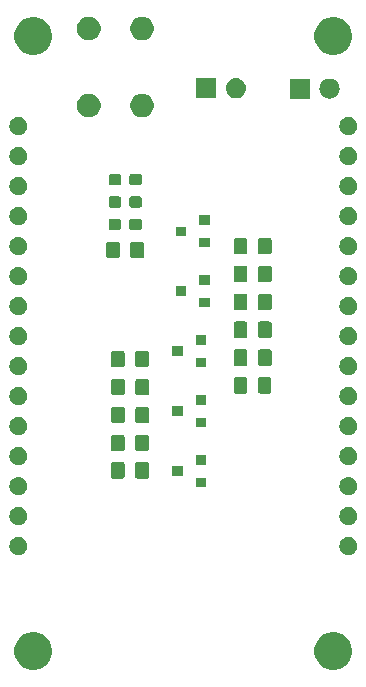
<source format=gbr>
G04 #@! TF.GenerationSoftware,KiCad,Pcbnew,(5.0.2)-1*
G04 #@! TF.CreationDate,2019-06-21T14:31:00+05:30*
G04 #@! TF.ProjectId,CapacityOfBattery,43617061-6369-4747-994f-664261747465,rev?*
G04 #@! TF.SameCoordinates,Original*
G04 #@! TF.FileFunction,Soldermask,Top*
G04 #@! TF.FilePolarity,Negative*
%FSLAX46Y46*%
G04 Gerber Fmt 4.6, Leading zero omitted, Abs format (unit mm)*
G04 Created by KiCad (PCBNEW (5.0.2)-1) date 06/21/19 14:31:00*
%MOMM*%
%LPD*%
G01*
G04 APERTURE LIST*
%ADD10C,0.100000*%
G04 APERTURE END LIST*
D10*
G36*
X42006703Y-65771486D02*
X42297883Y-65892097D01*
X42559944Y-66067201D01*
X42782799Y-66290056D01*
X42957903Y-66552117D01*
X43078514Y-66843297D01*
X43140000Y-67152412D01*
X43140000Y-67467588D01*
X43078514Y-67776703D01*
X42957903Y-68067883D01*
X42782799Y-68329944D01*
X42559944Y-68552799D01*
X42297883Y-68727903D01*
X42006703Y-68848514D01*
X41697588Y-68910000D01*
X41382412Y-68910000D01*
X41073297Y-68848514D01*
X40782117Y-68727903D01*
X40520056Y-68552799D01*
X40297201Y-68329944D01*
X40122097Y-68067883D01*
X40001486Y-67776703D01*
X39940000Y-67467588D01*
X39940000Y-67152412D01*
X40001486Y-66843297D01*
X40122097Y-66552117D01*
X40297201Y-66290056D01*
X40520056Y-66067201D01*
X40782117Y-65892097D01*
X41073297Y-65771486D01*
X41382412Y-65710000D01*
X41697588Y-65710000D01*
X42006703Y-65771486D01*
X42006703Y-65771486D01*
G37*
G36*
X16606703Y-65771486D02*
X16897883Y-65892097D01*
X17159944Y-66067201D01*
X17382799Y-66290056D01*
X17557903Y-66552117D01*
X17678514Y-66843297D01*
X17740000Y-67152412D01*
X17740000Y-67467588D01*
X17678514Y-67776703D01*
X17557903Y-68067883D01*
X17382799Y-68329944D01*
X17159944Y-68552799D01*
X16897883Y-68727903D01*
X16606703Y-68848514D01*
X16297588Y-68910000D01*
X15982412Y-68910000D01*
X15673297Y-68848514D01*
X15382117Y-68727903D01*
X15120056Y-68552799D01*
X14897201Y-68329944D01*
X14722097Y-68067883D01*
X14601486Y-67776703D01*
X14540000Y-67467588D01*
X14540000Y-67152412D01*
X14601486Y-66843297D01*
X14722097Y-66552117D01*
X14897201Y-66290056D01*
X15120056Y-66067201D01*
X15382117Y-65892097D01*
X15673297Y-65771486D01*
X15982412Y-65710000D01*
X16297588Y-65710000D01*
X16606703Y-65771486D01*
X16606703Y-65771486D01*
G37*
G36*
X15043195Y-57677522D02*
X15092267Y-57687283D01*
X15230942Y-57744724D01*
X15355750Y-57828118D01*
X15461882Y-57934250D01*
X15545276Y-58059058D01*
X15602717Y-58197734D01*
X15632000Y-58344948D01*
X15632000Y-58495052D01*
X15602717Y-58642266D01*
X15545276Y-58780942D01*
X15461882Y-58905750D01*
X15355750Y-59011882D01*
X15355747Y-59011884D01*
X15230942Y-59095276D01*
X15092267Y-59152717D01*
X15043195Y-59162478D01*
X14945052Y-59182000D01*
X14794948Y-59182000D01*
X14696805Y-59162478D01*
X14647733Y-59152717D01*
X14509058Y-59095276D01*
X14384253Y-59011884D01*
X14384250Y-59011882D01*
X14278118Y-58905750D01*
X14194724Y-58780942D01*
X14137283Y-58642266D01*
X14108000Y-58495052D01*
X14108000Y-58344948D01*
X14137283Y-58197734D01*
X14194724Y-58059058D01*
X14278118Y-57934250D01*
X14384250Y-57828118D01*
X14509058Y-57744724D01*
X14647733Y-57687283D01*
X14696805Y-57677522D01*
X14794948Y-57658000D01*
X14945052Y-57658000D01*
X15043195Y-57677522D01*
X15043195Y-57677522D01*
G37*
G36*
X42983195Y-57677522D02*
X43032267Y-57687283D01*
X43170942Y-57744724D01*
X43295750Y-57828118D01*
X43401882Y-57934250D01*
X43485276Y-58059058D01*
X43542717Y-58197734D01*
X43572000Y-58344948D01*
X43572000Y-58495052D01*
X43542717Y-58642266D01*
X43485276Y-58780942D01*
X43401882Y-58905750D01*
X43295750Y-59011882D01*
X43295747Y-59011884D01*
X43170942Y-59095276D01*
X43032267Y-59152717D01*
X42983195Y-59162478D01*
X42885052Y-59182000D01*
X42734948Y-59182000D01*
X42636805Y-59162478D01*
X42587733Y-59152717D01*
X42449058Y-59095276D01*
X42324253Y-59011884D01*
X42324250Y-59011882D01*
X42218118Y-58905750D01*
X42134724Y-58780942D01*
X42077283Y-58642266D01*
X42048000Y-58495052D01*
X42048000Y-58344948D01*
X42077283Y-58197734D01*
X42134724Y-58059058D01*
X42218118Y-57934250D01*
X42324250Y-57828118D01*
X42449058Y-57744724D01*
X42587733Y-57687283D01*
X42636805Y-57677522D01*
X42734948Y-57658000D01*
X42885052Y-57658000D01*
X42983195Y-57677522D01*
X42983195Y-57677522D01*
G37*
G36*
X42983195Y-55137522D02*
X43032267Y-55147283D01*
X43170942Y-55204724D01*
X43295750Y-55288118D01*
X43401882Y-55394250D01*
X43485276Y-55519058D01*
X43542717Y-55657734D01*
X43572000Y-55804948D01*
X43572000Y-55955052D01*
X43542717Y-56102266D01*
X43485276Y-56240942D01*
X43401882Y-56365750D01*
X43295750Y-56471882D01*
X43295747Y-56471884D01*
X43170942Y-56555276D01*
X43032267Y-56612717D01*
X42983195Y-56622478D01*
X42885052Y-56642000D01*
X42734948Y-56642000D01*
X42636805Y-56622478D01*
X42587733Y-56612717D01*
X42449058Y-56555276D01*
X42324253Y-56471884D01*
X42324250Y-56471882D01*
X42218118Y-56365750D01*
X42134724Y-56240942D01*
X42077283Y-56102266D01*
X42048000Y-55955052D01*
X42048000Y-55804948D01*
X42077283Y-55657734D01*
X42134724Y-55519058D01*
X42218118Y-55394250D01*
X42324250Y-55288118D01*
X42449058Y-55204724D01*
X42587733Y-55147283D01*
X42636805Y-55137522D01*
X42734948Y-55118000D01*
X42885052Y-55118000D01*
X42983195Y-55137522D01*
X42983195Y-55137522D01*
G37*
G36*
X15043195Y-55137522D02*
X15092267Y-55147283D01*
X15230942Y-55204724D01*
X15355750Y-55288118D01*
X15461882Y-55394250D01*
X15545276Y-55519058D01*
X15602717Y-55657734D01*
X15632000Y-55804948D01*
X15632000Y-55955052D01*
X15602717Y-56102266D01*
X15545276Y-56240942D01*
X15461882Y-56365750D01*
X15355750Y-56471882D01*
X15355747Y-56471884D01*
X15230942Y-56555276D01*
X15092267Y-56612717D01*
X15043195Y-56622478D01*
X14945052Y-56642000D01*
X14794948Y-56642000D01*
X14696805Y-56622478D01*
X14647733Y-56612717D01*
X14509058Y-56555276D01*
X14384253Y-56471884D01*
X14384250Y-56471882D01*
X14278118Y-56365750D01*
X14194724Y-56240942D01*
X14137283Y-56102266D01*
X14108000Y-55955052D01*
X14108000Y-55804948D01*
X14137283Y-55657734D01*
X14194724Y-55519058D01*
X14278118Y-55394250D01*
X14384250Y-55288118D01*
X14509058Y-55204724D01*
X14647733Y-55147283D01*
X14696805Y-55137522D01*
X14794948Y-55118000D01*
X14945052Y-55118000D01*
X15043195Y-55137522D01*
X15043195Y-55137522D01*
G37*
G36*
X42983195Y-52597522D02*
X43032267Y-52607283D01*
X43128256Y-52647043D01*
X43170942Y-52664724D01*
X43295750Y-52748118D01*
X43401882Y-52854250D01*
X43485276Y-52979058D01*
X43542717Y-53117734D01*
X43572000Y-53264948D01*
X43572000Y-53415052D01*
X43542717Y-53562266D01*
X43485276Y-53700942D01*
X43401882Y-53825750D01*
X43295750Y-53931882D01*
X43295747Y-53931884D01*
X43170942Y-54015276D01*
X43032267Y-54072717D01*
X42983195Y-54082478D01*
X42885052Y-54102000D01*
X42734948Y-54102000D01*
X42636805Y-54082478D01*
X42587733Y-54072717D01*
X42449058Y-54015276D01*
X42324253Y-53931884D01*
X42324250Y-53931882D01*
X42218118Y-53825750D01*
X42134724Y-53700942D01*
X42077283Y-53562266D01*
X42048000Y-53415052D01*
X42048000Y-53264948D01*
X42077283Y-53117734D01*
X42134724Y-52979058D01*
X42218118Y-52854250D01*
X42324250Y-52748118D01*
X42449058Y-52664724D01*
X42491744Y-52647043D01*
X42587733Y-52607283D01*
X42636805Y-52597522D01*
X42734948Y-52578000D01*
X42885052Y-52578000D01*
X42983195Y-52597522D01*
X42983195Y-52597522D01*
G37*
G36*
X15043195Y-52597522D02*
X15092267Y-52607283D01*
X15188256Y-52647043D01*
X15230942Y-52664724D01*
X15355750Y-52748118D01*
X15461882Y-52854250D01*
X15545276Y-52979058D01*
X15602717Y-53117734D01*
X15632000Y-53264948D01*
X15632000Y-53415052D01*
X15602717Y-53562266D01*
X15545276Y-53700942D01*
X15461882Y-53825750D01*
X15355750Y-53931882D01*
X15355747Y-53931884D01*
X15230942Y-54015276D01*
X15092267Y-54072717D01*
X15043195Y-54082478D01*
X14945052Y-54102000D01*
X14794948Y-54102000D01*
X14696805Y-54082478D01*
X14647733Y-54072717D01*
X14509058Y-54015276D01*
X14384253Y-53931884D01*
X14384250Y-53931882D01*
X14278118Y-53825750D01*
X14194724Y-53700942D01*
X14137283Y-53562266D01*
X14108000Y-53415052D01*
X14108000Y-53264948D01*
X14137283Y-53117734D01*
X14194724Y-52979058D01*
X14278118Y-52854250D01*
X14384250Y-52748118D01*
X14509058Y-52664724D01*
X14551744Y-52647043D01*
X14647733Y-52607283D01*
X14696805Y-52597522D01*
X14794948Y-52578000D01*
X14945052Y-52578000D01*
X15043195Y-52597522D01*
X15043195Y-52597522D01*
G37*
G36*
X30800000Y-53420000D02*
X29900000Y-53420000D01*
X29900000Y-52620000D01*
X30800000Y-52620000D01*
X30800000Y-53420000D01*
X30800000Y-53420000D01*
G37*
G36*
X25775522Y-51304039D02*
X25809053Y-51314211D01*
X25839960Y-51330731D01*
X25867043Y-51352957D01*
X25889269Y-51380040D01*
X25905789Y-51410947D01*
X25915961Y-51444478D01*
X25920000Y-51485487D01*
X25920000Y-52514513D01*
X25915961Y-52555522D01*
X25905789Y-52589053D01*
X25889269Y-52619960D01*
X25867043Y-52647043D01*
X25839960Y-52669269D01*
X25809053Y-52685789D01*
X25775522Y-52695961D01*
X25734513Y-52700000D01*
X24955487Y-52700000D01*
X24914478Y-52695961D01*
X24880947Y-52685789D01*
X24850040Y-52669269D01*
X24822957Y-52647043D01*
X24800731Y-52619960D01*
X24784211Y-52589053D01*
X24774039Y-52555522D01*
X24770000Y-52514513D01*
X24770000Y-51485487D01*
X24774039Y-51444478D01*
X24784211Y-51410947D01*
X24800731Y-51380040D01*
X24822957Y-51352957D01*
X24850040Y-51330731D01*
X24880947Y-51314211D01*
X24914478Y-51304039D01*
X24955487Y-51300000D01*
X25734513Y-51300000D01*
X25775522Y-51304039D01*
X25775522Y-51304039D01*
G37*
G36*
X23725522Y-51304039D02*
X23759053Y-51314211D01*
X23789960Y-51330731D01*
X23817043Y-51352957D01*
X23839269Y-51380040D01*
X23855789Y-51410947D01*
X23865961Y-51444478D01*
X23870000Y-51485487D01*
X23870000Y-52514513D01*
X23865961Y-52555522D01*
X23855789Y-52589053D01*
X23839269Y-52619960D01*
X23817043Y-52647043D01*
X23789960Y-52669269D01*
X23759053Y-52685789D01*
X23725522Y-52695961D01*
X23684513Y-52700000D01*
X22905487Y-52700000D01*
X22864478Y-52695961D01*
X22830947Y-52685789D01*
X22800040Y-52669269D01*
X22772957Y-52647043D01*
X22750731Y-52619960D01*
X22734211Y-52589053D01*
X22724039Y-52555522D01*
X22720000Y-52514513D01*
X22720000Y-51485487D01*
X22724039Y-51444478D01*
X22734211Y-51410947D01*
X22750731Y-51380040D01*
X22772957Y-51352957D01*
X22800040Y-51330731D01*
X22830947Y-51314211D01*
X22864478Y-51304039D01*
X22905487Y-51300000D01*
X23684513Y-51300000D01*
X23725522Y-51304039D01*
X23725522Y-51304039D01*
G37*
G36*
X28800000Y-52470000D02*
X27900000Y-52470000D01*
X27900000Y-51670000D01*
X28800000Y-51670000D01*
X28800000Y-52470000D01*
X28800000Y-52470000D01*
G37*
G36*
X15043195Y-50057522D02*
X15092267Y-50067283D01*
X15230942Y-50124724D01*
X15355750Y-50208118D01*
X15461882Y-50314250D01*
X15545276Y-50439058D01*
X15602717Y-50577734D01*
X15632000Y-50724948D01*
X15632000Y-50875052D01*
X15602717Y-51022266D01*
X15545276Y-51160942D01*
X15461882Y-51285750D01*
X15355750Y-51391882D01*
X15355747Y-51391884D01*
X15230942Y-51475276D01*
X15092267Y-51532717D01*
X15043195Y-51542478D01*
X14945052Y-51562000D01*
X14794948Y-51562000D01*
X14696805Y-51542478D01*
X14647733Y-51532717D01*
X14509058Y-51475276D01*
X14384253Y-51391884D01*
X14384250Y-51391882D01*
X14278118Y-51285750D01*
X14194724Y-51160942D01*
X14137283Y-51022266D01*
X14108000Y-50875052D01*
X14108000Y-50724948D01*
X14137283Y-50577734D01*
X14194724Y-50439058D01*
X14278118Y-50314250D01*
X14384250Y-50208118D01*
X14509058Y-50124724D01*
X14647733Y-50067283D01*
X14696805Y-50057522D01*
X14794948Y-50038000D01*
X14945052Y-50038000D01*
X15043195Y-50057522D01*
X15043195Y-50057522D01*
G37*
G36*
X42983195Y-50057522D02*
X43032267Y-50067283D01*
X43170942Y-50124724D01*
X43295750Y-50208118D01*
X43401882Y-50314250D01*
X43485276Y-50439058D01*
X43542717Y-50577734D01*
X43572000Y-50724948D01*
X43572000Y-50875052D01*
X43542717Y-51022266D01*
X43485276Y-51160942D01*
X43401882Y-51285750D01*
X43295750Y-51391882D01*
X43295747Y-51391884D01*
X43170942Y-51475276D01*
X43032267Y-51532717D01*
X42983195Y-51542478D01*
X42885052Y-51562000D01*
X42734948Y-51562000D01*
X42636805Y-51542478D01*
X42587733Y-51532717D01*
X42449058Y-51475276D01*
X42324253Y-51391884D01*
X42324250Y-51391882D01*
X42218118Y-51285750D01*
X42134724Y-51160942D01*
X42077283Y-51022266D01*
X42048000Y-50875052D01*
X42048000Y-50724948D01*
X42077283Y-50577734D01*
X42134724Y-50439058D01*
X42218118Y-50314250D01*
X42324250Y-50208118D01*
X42449058Y-50124724D01*
X42587733Y-50067283D01*
X42636805Y-50057522D01*
X42734948Y-50038000D01*
X42885052Y-50038000D01*
X42983195Y-50057522D01*
X42983195Y-50057522D01*
G37*
G36*
X30800000Y-51520000D02*
X29900000Y-51520000D01*
X29900000Y-50720000D01*
X30800000Y-50720000D01*
X30800000Y-51520000D01*
X30800000Y-51520000D01*
G37*
G36*
X23725522Y-49004039D02*
X23759053Y-49014211D01*
X23789960Y-49030731D01*
X23817043Y-49052957D01*
X23839269Y-49080040D01*
X23855789Y-49110947D01*
X23865961Y-49144478D01*
X23870000Y-49185487D01*
X23870000Y-50214513D01*
X23865961Y-50255522D01*
X23855789Y-50289053D01*
X23839269Y-50319960D01*
X23817043Y-50347043D01*
X23789960Y-50369269D01*
X23759053Y-50385789D01*
X23725522Y-50395961D01*
X23684513Y-50400000D01*
X22905487Y-50400000D01*
X22864478Y-50395961D01*
X22830947Y-50385789D01*
X22800040Y-50369269D01*
X22772957Y-50347043D01*
X22750731Y-50319960D01*
X22734211Y-50289053D01*
X22724039Y-50255522D01*
X22720000Y-50214513D01*
X22720000Y-49185487D01*
X22724039Y-49144478D01*
X22734211Y-49110947D01*
X22750731Y-49080040D01*
X22772957Y-49052957D01*
X22800040Y-49030731D01*
X22830947Y-49014211D01*
X22864478Y-49004039D01*
X22905487Y-49000000D01*
X23684513Y-49000000D01*
X23725522Y-49004039D01*
X23725522Y-49004039D01*
G37*
G36*
X25775522Y-49004039D02*
X25809053Y-49014211D01*
X25839960Y-49030731D01*
X25867043Y-49052957D01*
X25889269Y-49080040D01*
X25905789Y-49110947D01*
X25915961Y-49144478D01*
X25920000Y-49185487D01*
X25920000Y-50214513D01*
X25915961Y-50255522D01*
X25905789Y-50289053D01*
X25889269Y-50319960D01*
X25867043Y-50347043D01*
X25839960Y-50369269D01*
X25809053Y-50385789D01*
X25775522Y-50395961D01*
X25734513Y-50400000D01*
X24955487Y-50400000D01*
X24914478Y-50395961D01*
X24880947Y-50385789D01*
X24850040Y-50369269D01*
X24822957Y-50347043D01*
X24800731Y-50319960D01*
X24784211Y-50289053D01*
X24774039Y-50255522D01*
X24770000Y-50214513D01*
X24770000Y-49185487D01*
X24774039Y-49144478D01*
X24784211Y-49110947D01*
X24800731Y-49080040D01*
X24822957Y-49052957D01*
X24850040Y-49030731D01*
X24880947Y-49014211D01*
X24914478Y-49004039D01*
X24955487Y-49000000D01*
X25734513Y-49000000D01*
X25775522Y-49004039D01*
X25775522Y-49004039D01*
G37*
G36*
X15043195Y-47517522D02*
X15092267Y-47527283D01*
X15230942Y-47584724D01*
X15355750Y-47668118D01*
X15461882Y-47774250D01*
X15461884Y-47774253D01*
X15545276Y-47899058D01*
X15599514Y-48030000D01*
X15602717Y-48037734D01*
X15632000Y-48184948D01*
X15632000Y-48335052D01*
X15602717Y-48482266D01*
X15545276Y-48620942D01*
X15461882Y-48745750D01*
X15355750Y-48851882D01*
X15355747Y-48851884D01*
X15230942Y-48935276D01*
X15092267Y-48992717D01*
X15043195Y-49002478D01*
X14945052Y-49022000D01*
X14794948Y-49022000D01*
X14696805Y-49002478D01*
X14647733Y-48992717D01*
X14509058Y-48935276D01*
X14384253Y-48851884D01*
X14384250Y-48851882D01*
X14278118Y-48745750D01*
X14194724Y-48620942D01*
X14137283Y-48482266D01*
X14108000Y-48335052D01*
X14108000Y-48184948D01*
X14137283Y-48037734D01*
X14140487Y-48030000D01*
X14194724Y-47899058D01*
X14278116Y-47774253D01*
X14278118Y-47774250D01*
X14384250Y-47668118D01*
X14509058Y-47584724D01*
X14647733Y-47527283D01*
X14696805Y-47517522D01*
X14794948Y-47498000D01*
X14945052Y-47498000D01*
X15043195Y-47517522D01*
X15043195Y-47517522D01*
G37*
G36*
X42983195Y-47517522D02*
X43032267Y-47527283D01*
X43170942Y-47584724D01*
X43295750Y-47668118D01*
X43401882Y-47774250D01*
X43401884Y-47774253D01*
X43485276Y-47899058D01*
X43539514Y-48030000D01*
X43542717Y-48037734D01*
X43572000Y-48184948D01*
X43572000Y-48335052D01*
X43542717Y-48482266D01*
X43485276Y-48620942D01*
X43401882Y-48745750D01*
X43295750Y-48851882D01*
X43295747Y-48851884D01*
X43170942Y-48935276D01*
X43032267Y-48992717D01*
X42983195Y-49002478D01*
X42885052Y-49022000D01*
X42734948Y-49022000D01*
X42636805Y-49002478D01*
X42587733Y-48992717D01*
X42449058Y-48935276D01*
X42324253Y-48851884D01*
X42324250Y-48851882D01*
X42218118Y-48745750D01*
X42134724Y-48620942D01*
X42077283Y-48482266D01*
X42048000Y-48335052D01*
X42048000Y-48184948D01*
X42077283Y-48037734D01*
X42080487Y-48030000D01*
X42134724Y-47899058D01*
X42218116Y-47774253D01*
X42218118Y-47774250D01*
X42324250Y-47668118D01*
X42449058Y-47584724D01*
X42587733Y-47527283D01*
X42636805Y-47517522D01*
X42734948Y-47498000D01*
X42885052Y-47498000D01*
X42983195Y-47517522D01*
X42983195Y-47517522D01*
G37*
G36*
X30800000Y-48340000D02*
X29900000Y-48340000D01*
X29900000Y-47540000D01*
X30800000Y-47540000D01*
X30800000Y-48340000D01*
X30800000Y-48340000D01*
G37*
G36*
X25785522Y-46634039D02*
X25819053Y-46644211D01*
X25849960Y-46660731D01*
X25877043Y-46682957D01*
X25899269Y-46710040D01*
X25915789Y-46740947D01*
X25925961Y-46774478D01*
X25930000Y-46815487D01*
X25930000Y-47844513D01*
X25925961Y-47885522D01*
X25915789Y-47919053D01*
X25899269Y-47949960D01*
X25877043Y-47977043D01*
X25849960Y-47999269D01*
X25819053Y-48015789D01*
X25785522Y-48025961D01*
X25744513Y-48030000D01*
X24965487Y-48030000D01*
X24924478Y-48025961D01*
X24890947Y-48015789D01*
X24860040Y-47999269D01*
X24832957Y-47977043D01*
X24810731Y-47949960D01*
X24794211Y-47919053D01*
X24784039Y-47885522D01*
X24780000Y-47844513D01*
X24780000Y-46815487D01*
X24784039Y-46774478D01*
X24794211Y-46740947D01*
X24810731Y-46710040D01*
X24832957Y-46682957D01*
X24860040Y-46660731D01*
X24890947Y-46644211D01*
X24924478Y-46634039D01*
X24965487Y-46630000D01*
X25744513Y-46630000D01*
X25785522Y-46634039D01*
X25785522Y-46634039D01*
G37*
G36*
X23735522Y-46634039D02*
X23769053Y-46644211D01*
X23799960Y-46660731D01*
X23827043Y-46682957D01*
X23849269Y-46710040D01*
X23865789Y-46740947D01*
X23875961Y-46774478D01*
X23880000Y-46815487D01*
X23880000Y-47844513D01*
X23875961Y-47885522D01*
X23865789Y-47919053D01*
X23849269Y-47949960D01*
X23827043Y-47977043D01*
X23799960Y-47999269D01*
X23769053Y-48015789D01*
X23735522Y-48025961D01*
X23694513Y-48030000D01*
X22915487Y-48030000D01*
X22874478Y-48025961D01*
X22840947Y-48015789D01*
X22810040Y-47999269D01*
X22782957Y-47977043D01*
X22760731Y-47949960D01*
X22744211Y-47919053D01*
X22734039Y-47885522D01*
X22730000Y-47844513D01*
X22730000Y-46815487D01*
X22734039Y-46774478D01*
X22744211Y-46740947D01*
X22760731Y-46710040D01*
X22782957Y-46682957D01*
X22810040Y-46660731D01*
X22840947Y-46644211D01*
X22874478Y-46634039D01*
X22915487Y-46630000D01*
X23694513Y-46630000D01*
X23735522Y-46634039D01*
X23735522Y-46634039D01*
G37*
G36*
X28800000Y-47390000D02*
X27900000Y-47390000D01*
X27900000Y-46590000D01*
X28800000Y-46590000D01*
X28800000Y-47390000D01*
X28800000Y-47390000D01*
G37*
G36*
X15043195Y-44977522D02*
X15092267Y-44987283D01*
X15230942Y-45044724D01*
X15355750Y-45128118D01*
X15461882Y-45234250D01*
X15461884Y-45234253D01*
X15545276Y-45359058D01*
X15597770Y-45485789D01*
X15602717Y-45497734D01*
X15632000Y-45644948D01*
X15632000Y-45795052D01*
X15602717Y-45942266D01*
X15545276Y-46080942D01*
X15461882Y-46205750D01*
X15355750Y-46311882D01*
X15355747Y-46311884D01*
X15230942Y-46395276D01*
X15092267Y-46452717D01*
X15043195Y-46462478D01*
X14945052Y-46482000D01*
X14794948Y-46482000D01*
X14696805Y-46462478D01*
X14647733Y-46452717D01*
X14509058Y-46395276D01*
X14384253Y-46311884D01*
X14384250Y-46311882D01*
X14278118Y-46205750D01*
X14194724Y-46080942D01*
X14137283Y-45942266D01*
X14108000Y-45795052D01*
X14108000Y-45644948D01*
X14137283Y-45497734D01*
X14142231Y-45485789D01*
X14194724Y-45359058D01*
X14278116Y-45234253D01*
X14278118Y-45234250D01*
X14384250Y-45128118D01*
X14509058Y-45044724D01*
X14647733Y-44987283D01*
X14696805Y-44977522D01*
X14794948Y-44958000D01*
X14945052Y-44958000D01*
X15043195Y-44977522D01*
X15043195Y-44977522D01*
G37*
G36*
X42983195Y-44977522D02*
X43032267Y-44987283D01*
X43170942Y-45044724D01*
X43295750Y-45128118D01*
X43401882Y-45234250D01*
X43401884Y-45234253D01*
X43485276Y-45359058D01*
X43537770Y-45485789D01*
X43542717Y-45497734D01*
X43572000Y-45644948D01*
X43572000Y-45795052D01*
X43542717Y-45942266D01*
X43485276Y-46080942D01*
X43401882Y-46205750D01*
X43295750Y-46311882D01*
X43295747Y-46311884D01*
X43170942Y-46395276D01*
X43032267Y-46452717D01*
X42983195Y-46462478D01*
X42885052Y-46482000D01*
X42734948Y-46482000D01*
X42636805Y-46462478D01*
X42587733Y-46452717D01*
X42449058Y-46395276D01*
X42324253Y-46311884D01*
X42324250Y-46311882D01*
X42218118Y-46205750D01*
X42134724Y-46080942D01*
X42077283Y-45942266D01*
X42048000Y-45795052D01*
X42048000Y-45644948D01*
X42077283Y-45497734D01*
X42082231Y-45485789D01*
X42134724Y-45359058D01*
X42218116Y-45234253D01*
X42218118Y-45234250D01*
X42324250Y-45128118D01*
X42449058Y-45044724D01*
X42587733Y-44987283D01*
X42636805Y-44977522D01*
X42734948Y-44958000D01*
X42885052Y-44958000D01*
X42983195Y-44977522D01*
X42983195Y-44977522D01*
G37*
G36*
X30800000Y-46440000D02*
X29900000Y-46440000D01*
X29900000Y-45640000D01*
X30800000Y-45640000D01*
X30800000Y-46440000D01*
X30800000Y-46440000D01*
G37*
G36*
X23735522Y-44264039D02*
X23769053Y-44274211D01*
X23799960Y-44290731D01*
X23827043Y-44312957D01*
X23849269Y-44340040D01*
X23865789Y-44370947D01*
X23875961Y-44404478D01*
X23880000Y-44445487D01*
X23880000Y-45474513D01*
X23875961Y-45515522D01*
X23865789Y-45549053D01*
X23849269Y-45579960D01*
X23827043Y-45607043D01*
X23799960Y-45629269D01*
X23769053Y-45645789D01*
X23735522Y-45655961D01*
X23694513Y-45660000D01*
X22915487Y-45660000D01*
X22874478Y-45655961D01*
X22840947Y-45645789D01*
X22810040Y-45629269D01*
X22782957Y-45607043D01*
X22760731Y-45579960D01*
X22744211Y-45549053D01*
X22734039Y-45515522D01*
X22730000Y-45474513D01*
X22730000Y-44445487D01*
X22734039Y-44404478D01*
X22744211Y-44370947D01*
X22760731Y-44340040D01*
X22782957Y-44312957D01*
X22810040Y-44290731D01*
X22840947Y-44274211D01*
X22874478Y-44264039D01*
X22915487Y-44260000D01*
X23694513Y-44260000D01*
X23735522Y-44264039D01*
X23735522Y-44264039D01*
G37*
G36*
X25785522Y-44264039D02*
X25819053Y-44274211D01*
X25849960Y-44290731D01*
X25877043Y-44312957D01*
X25899269Y-44340040D01*
X25915789Y-44370947D01*
X25925961Y-44404478D01*
X25930000Y-44445487D01*
X25930000Y-45474513D01*
X25925961Y-45515522D01*
X25915789Y-45549053D01*
X25899269Y-45579960D01*
X25877043Y-45607043D01*
X25849960Y-45629269D01*
X25819053Y-45645789D01*
X25785522Y-45655961D01*
X25744513Y-45660000D01*
X24965487Y-45660000D01*
X24924478Y-45655961D01*
X24890947Y-45645789D01*
X24860040Y-45629269D01*
X24832957Y-45607043D01*
X24810731Y-45579960D01*
X24794211Y-45549053D01*
X24784039Y-45515522D01*
X24780000Y-45474513D01*
X24780000Y-44445487D01*
X24784039Y-44404478D01*
X24794211Y-44370947D01*
X24810731Y-44340040D01*
X24832957Y-44312957D01*
X24860040Y-44290731D01*
X24890947Y-44274211D01*
X24924478Y-44264039D01*
X24965487Y-44260000D01*
X25744513Y-44260000D01*
X25785522Y-44264039D01*
X25785522Y-44264039D01*
G37*
G36*
X34105522Y-44104039D02*
X34139053Y-44114211D01*
X34169960Y-44130731D01*
X34197043Y-44152957D01*
X34219269Y-44180040D01*
X34235789Y-44210947D01*
X34245961Y-44244478D01*
X34250000Y-44285487D01*
X34250000Y-45314513D01*
X34245961Y-45355522D01*
X34235789Y-45389053D01*
X34219269Y-45419960D01*
X34197043Y-45447043D01*
X34169960Y-45469269D01*
X34139053Y-45485789D01*
X34105522Y-45495961D01*
X34064513Y-45500000D01*
X33285487Y-45500000D01*
X33244478Y-45495961D01*
X33210947Y-45485789D01*
X33180040Y-45469269D01*
X33152957Y-45447043D01*
X33130731Y-45419960D01*
X33114211Y-45389053D01*
X33104039Y-45355522D01*
X33100000Y-45314513D01*
X33100000Y-44285487D01*
X33104039Y-44244478D01*
X33114211Y-44210947D01*
X33130731Y-44180040D01*
X33152957Y-44152957D01*
X33180040Y-44130731D01*
X33210947Y-44114211D01*
X33244478Y-44104039D01*
X33285487Y-44100000D01*
X34064513Y-44100000D01*
X34105522Y-44104039D01*
X34105522Y-44104039D01*
G37*
G36*
X36155522Y-44104039D02*
X36189053Y-44114211D01*
X36219960Y-44130731D01*
X36247043Y-44152957D01*
X36269269Y-44180040D01*
X36285789Y-44210947D01*
X36295961Y-44244478D01*
X36300000Y-44285487D01*
X36300000Y-45314513D01*
X36295961Y-45355522D01*
X36285789Y-45389053D01*
X36269269Y-45419960D01*
X36247043Y-45447043D01*
X36219960Y-45469269D01*
X36189053Y-45485789D01*
X36155522Y-45495961D01*
X36114513Y-45500000D01*
X35335487Y-45500000D01*
X35294478Y-45495961D01*
X35260947Y-45485789D01*
X35230040Y-45469269D01*
X35202957Y-45447043D01*
X35180731Y-45419960D01*
X35164211Y-45389053D01*
X35154039Y-45355522D01*
X35150000Y-45314513D01*
X35150000Y-44285487D01*
X35154039Y-44244478D01*
X35164211Y-44210947D01*
X35180731Y-44180040D01*
X35202957Y-44152957D01*
X35230040Y-44130731D01*
X35260947Y-44114211D01*
X35294478Y-44104039D01*
X35335487Y-44100000D01*
X36114513Y-44100000D01*
X36155522Y-44104039D01*
X36155522Y-44104039D01*
G37*
G36*
X42983195Y-42437522D02*
X43032267Y-42447283D01*
X43170942Y-42504724D01*
X43295750Y-42588118D01*
X43401882Y-42694250D01*
X43485276Y-42819058D01*
X43542717Y-42957734D01*
X43572000Y-43104948D01*
X43572000Y-43255052D01*
X43542717Y-43402266D01*
X43485276Y-43540942D01*
X43401882Y-43665750D01*
X43295750Y-43771882D01*
X43295747Y-43771884D01*
X43170942Y-43855276D01*
X43032267Y-43912717D01*
X42983195Y-43922478D01*
X42885052Y-43942000D01*
X42734948Y-43942000D01*
X42636805Y-43922478D01*
X42587733Y-43912717D01*
X42449058Y-43855276D01*
X42324253Y-43771884D01*
X42324250Y-43771882D01*
X42218118Y-43665750D01*
X42134724Y-43540942D01*
X42077283Y-43402266D01*
X42048000Y-43255052D01*
X42048000Y-43104948D01*
X42077283Y-42957734D01*
X42134724Y-42819058D01*
X42218118Y-42694250D01*
X42324250Y-42588118D01*
X42449058Y-42504724D01*
X42587733Y-42447283D01*
X42636805Y-42437522D01*
X42734948Y-42418000D01*
X42885052Y-42418000D01*
X42983195Y-42437522D01*
X42983195Y-42437522D01*
G37*
G36*
X15043195Y-42437522D02*
X15092267Y-42447283D01*
X15230942Y-42504724D01*
X15355750Y-42588118D01*
X15461882Y-42694250D01*
X15545276Y-42819058D01*
X15602717Y-42957734D01*
X15632000Y-43104948D01*
X15632000Y-43255052D01*
X15602717Y-43402266D01*
X15545276Y-43540942D01*
X15461882Y-43665750D01*
X15355750Y-43771882D01*
X15355747Y-43771884D01*
X15230942Y-43855276D01*
X15092267Y-43912717D01*
X15043195Y-43922478D01*
X14945052Y-43942000D01*
X14794948Y-43942000D01*
X14696805Y-43922478D01*
X14647733Y-43912717D01*
X14509058Y-43855276D01*
X14384253Y-43771884D01*
X14384250Y-43771882D01*
X14278118Y-43665750D01*
X14194724Y-43540942D01*
X14137283Y-43402266D01*
X14108000Y-43255052D01*
X14108000Y-43104948D01*
X14137283Y-42957734D01*
X14194724Y-42819058D01*
X14278118Y-42694250D01*
X14384250Y-42588118D01*
X14509058Y-42504724D01*
X14647733Y-42447283D01*
X14696805Y-42437522D01*
X14794948Y-42418000D01*
X14945052Y-42418000D01*
X15043195Y-42437522D01*
X15043195Y-42437522D01*
G37*
G36*
X25775522Y-41894039D02*
X25809053Y-41904211D01*
X25839960Y-41920731D01*
X25867043Y-41942957D01*
X25889269Y-41970040D01*
X25905789Y-42000947D01*
X25915961Y-42034478D01*
X25920000Y-42075487D01*
X25920000Y-43104513D01*
X25915961Y-43145522D01*
X25905789Y-43179053D01*
X25889269Y-43209960D01*
X25867043Y-43237043D01*
X25839960Y-43259269D01*
X25809053Y-43275789D01*
X25775522Y-43285961D01*
X25734513Y-43290000D01*
X24955487Y-43290000D01*
X24914478Y-43285961D01*
X24880947Y-43275789D01*
X24850040Y-43259269D01*
X24822957Y-43237043D01*
X24800731Y-43209960D01*
X24784211Y-43179053D01*
X24774039Y-43145522D01*
X24770000Y-43104513D01*
X24770000Y-42075487D01*
X24774039Y-42034478D01*
X24784211Y-42000947D01*
X24800731Y-41970040D01*
X24822957Y-41942957D01*
X24850040Y-41920731D01*
X24880947Y-41904211D01*
X24914478Y-41894039D01*
X24955487Y-41890000D01*
X25734513Y-41890000D01*
X25775522Y-41894039D01*
X25775522Y-41894039D01*
G37*
G36*
X23725522Y-41894039D02*
X23759053Y-41904211D01*
X23789960Y-41920731D01*
X23817043Y-41942957D01*
X23839269Y-41970040D01*
X23855789Y-42000947D01*
X23865961Y-42034478D01*
X23870000Y-42075487D01*
X23870000Y-43104513D01*
X23865961Y-43145522D01*
X23855789Y-43179053D01*
X23839269Y-43209960D01*
X23817043Y-43237043D01*
X23789960Y-43259269D01*
X23759053Y-43275789D01*
X23725522Y-43285961D01*
X23684513Y-43290000D01*
X22905487Y-43290000D01*
X22864478Y-43285961D01*
X22830947Y-43275789D01*
X22800040Y-43259269D01*
X22772957Y-43237043D01*
X22750731Y-43209960D01*
X22734211Y-43179053D01*
X22724039Y-43145522D01*
X22720000Y-43104513D01*
X22720000Y-42075487D01*
X22724039Y-42034478D01*
X22734211Y-42000947D01*
X22750731Y-41970040D01*
X22772957Y-41942957D01*
X22800040Y-41920731D01*
X22830947Y-41904211D01*
X22864478Y-41894039D01*
X22905487Y-41890000D01*
X23684513Y-41890000D01*
X23725522Y-41894039D01*
X23725522Y-41894039D01*
G37*
G36*
X30800000Y-43260000D02*
X29900000Y-43260000D01*
X29900000Y-42460000D01*
X30800000Y-42460000D01*
X30800000Y-43260000D01*
X30800000Y-43260000D01*
G37*
G36*
X34115522Y-41764039D02*
X34149053Y-41774211D01*
X34179960Y-41790731D01*
X34207043Y-41812957D01*
X34229269Y-41840040D01*
X34245789Y-41870947D01*
X34255961Y-41904478D01*
X34260000Y-41945487D01*
X34260000Y-42974513D01*
X34255961Y-43015522D01*
X34245789Y-43049053D01*
X34229269Y-43079960D01*
X34207043Y-43107043D01*
X34179960Y-43129269D01*
X34149053Y-43145789D01*
X34115522Y-43155961D01*
X34074513Y-43160000D01*
X33295487Y-43160000D01*
X33254478Y-43155961D01*
X33220947Y-43145789D01*
X33190040Y-43129269D01*
X33162957Y-43107043D01*
X33140731Y-43079960D01*
X33124211Y-43049053D01*
X33114039Y-43015522D01*
X33110000Y-42974513D01*
X33110000Y-41945487D01*
X33114039Y-41904478D01*
X33124211Y-41870947D01*
X33140731Y-41840040D01*
X33162957Y-41812957D01*
X33190040Y-41790731D01*
X33220947Y-41774211D01*
X33254478Y-41764039D01*
X33295487Y-41760000D01*
X34074513Y-41760000D01*
X34115522Y-41764039D01*
X34115522Y-41764039D01*
G37*
G36*
X36165522Y-41764039D02*
X36199053Y-41774211D01*
X36229960Y-41790731D01*
X36257043Y-41812957D01*
X36279269Y-41840040D01*
X36295789Y-41870947D01*
X36305961Y-41904478D01*
X36310000Y-41945487D01*
X36310000Y-42974513D01*
X36305961Y-43015522D01*
X36295789Y-43049053D01*
X36279269Y-43079960D01*
X36257043Y-43107043D01*
X36229960Y-43129269D01*
X36199053Y-43145789D01*
X36165522Y-43155961D01*
X36124513Y-43160000D01*
X35345487Y-43160000D01*
X35304478Y-43155961D01*
X35270947Y-43145789D01*
X35240040Y-43129269D01*
X35212957Y-43107043D01*
X35190731Y-43079960D01*
X35174211Y-43049053D01*
X35164039Y-43015522D01*
X35160000Y-42974513D01*
X35160000Y-41945487D01*
X35164039Y-41904478D01*
X35174211Y-41870947D01*
X35190731Y-41840040D01*
X35212957Y-41812957D01*
X35240040Y-41790731D01*
X35270947Y-41774211D01*
X35304478Y-41764039D01*
X35345487Y-41760000D01*
X36124513Y-41760000D01*
X36165522Y-41764039D01*
X36165522Y-41764039D01*
G37*
G36*
X28800000Y-42310000D02*
X27900000Y-42310000D01*
X27900000Y-41510000D01*
X28800000Y-41510000D01*
X28800000Y-42310000D01*
X28800000Y-42310000D01*
G37*
G36*
X15043195Y-39897522D02*
X15092267Y-39907283D01*
X15230942Y-39964724D01*
X15355750Y-40048118D01*
X15461882Y-40154250D01*
X15545276Y-40279058D01*
X15602717Y-40417734D01*
X15632000Y-40564948D01*
X15632000Y-40715052D01*
X15602717Y-40862266D01*
X15545276Y-41000942D01*
X15461882Y-41125750D01*
X15355750Y-41231882D01*
X15355747Y-41231884D01*
X15230942Y-41315276D01*
X15092267Y-41372717D01*
X15043195Y-41382478D01*
X14945052Y-41402000D01*
X14794948Y-41402000D01*
X14696805Y-41382478D01*
X14647733Y-41372717D01*
X14509058Y-41315276D01*
X14384253Y-41231884D01*
X14384250Y-41231882D01*
X14278118Y-41125750D01*
X14194724Y-41000942D01*
X14137283Y-40862266D01*
X14108000Y-40715052D01*
X14108000Y-40564948D01*
X14137283Y-40417734D01*
X14194724Y-40279058D01*
X14278118Y-40154250D01*
X14384250Y-40048118D01*
X14509058Y-39964724D01*
X14647733Y-39907283D01*
X14696805Y-39897522D01*
X14794948Y-39878000D01*
X14945052Y-39878000D01*
X15043195Y-39897522D01*
X15043195Y-39897522D01*
G37*
G36*
X42983195Y-39897522D02*
X43032267Y-39907283D01*
X43170942Y-39964724D01*
X43295750Y-40048118D01*
X43401882Y-40154250D01*
X43485276Y-40279058D01*
X43542717Y-40417734D01*
X43572000Y-40564948D01*
X43572000Y-40715052D01*
X43542717Y-40862266D01*
X43485276Y-41000942D01*
X43401882Y-41125750D01*
X43295750Y-41231882D01*
X43295747Y-41231884D01*
X43170942Y-41315276D01*
X43032267Y-41372717D01*
X42983195Y-41382478D01*
X42885052Y-41402000D01*
X42734948Y-41402000D01*
X42636805Y-41382478D01*
X42587733Y-41372717D01*
X42449058Y-41315276D01*
X42324253Y-41231884D01*
X42324250Y-41231882D01*
X42218118Y-41125750D01*
X42134724Y-41000942D01*
X42077283Y-40862266D01*
X42048000Y-40715052D01*
X42048000Y-40564948D01*
X42077283Y-40417734D01*
X42134724Y-40279058D01*
X42218118Y-40154250D01*
X42324250Y-40048118D01*
X42449058Y-39964724D01*
X42587733Y-39907283D01*
X42636805Y-39897522D01*
X42734948Y-39878000D01*
X42885052Y-39878000D01*
X42983195Y-39897522D01*
X42983195Y-39897522D01*
G37*
G36*
X30800000Y-41360000D02*
X29900000Y-41360000D01*
X29900000Y-40560000D01*
X30800000Y-40560000D01*
X30800000Y-41360000D01*
X30800000Y-41360000D01*
G37*
G36*
X36165522Y-39404039D02*
X36199053Y-39414211D01*
X36229960Y-39430731D01*
X36257043Y-39452957D01*
X36279269Y-39480040D01*
X36295789Y-39510947D01*
X36305961Y-39544478D01*
X36310000Y-39585487D01*
X36310000Y-40614513D01*
X36305961Y-40655522D01*
X36295789Y-40689053D01*
X36279269Y-40719960D01*
X36257043Y-40747043D01*
X36229960Y-40769269D01*
X36199053Y-40785789D01*
X36165522Y-40795961D01*
X36124513Y-40800000D01*
X35345487Y-40800000D01*
X35304478Y-40795961D01*
X35270947Y-40785789D01*
X35240040Y-40769269D01*
X35212957Y-40747043D01*
X35190731Y-40719960D01*
X35174211Y-40689053D01*
X35164039Y-40655522D01*
X35160000Y-40614513D01*
X35160000Y-39585487D01*
X35164039Y-39544478D01*
X35174211Y-39510947D01*
X35190731Y-39480040D01*
X35212957Y-39452957D01*
X35240040Y-39430731D01*
X35270947Y-39414211D01*
X35304478Y-39404039D01*
X35345487Y-39400000D01*
X36124513Y-39400000D01*
X36165522Y-39404039D01*
X36165522Y-39404039D01*
G37*
G36*
X34115522Y-39404039D02*
X34149053Y-39414211D01*
X34179960Y-39430731D01*
X34207043Y-39452957D01*
X34229269Y-39480040D01*
X34245789Y-39510947D01*
X34255961Y-39544478D01*
X34260000Y-39585487D01*
X34260000Y-40614513D01*
X34255961Y-40655522D01*
X34245789Y-40689053D01*
X34229269Y-40719960D01*
X34207043Y-40747043D01*
X34179960Y-40769269D01*
X34149053Y-40785789D01*
X34115522Y-40795961D01*
X34074513Y-40800000D01*
X33295487Y-40800000D01*
X33254478Y-40795961D01*
X33220947Y-40785789D01*
X33190040Y-40769269D01*
X33162957Y-40747043D01*
X33140731Y-40719960D01*
X33124211Y-40689053D01*
X33114039Y-40655522D01*
X33110000Y-40614513D01*
X33110000Y-39585487D01*
X33114039Y-39544478D01*
X33124211Y-39510947D01*
X33140731Y-39480040D01*
X33162957Y-39452957D01*
X33190040Y-39430731D01*
X33220947Y-39414211D01*
X33254478Y-39404039D01*
X33295487Y-39400000D01*
X34074513Y-39400000D01*
X34115522Y-39404039D01*
X34115522Y-39404039D01*
G37*
G36*
X42983195Y-37357522D02*
X43032267Y-37367283D01*
X43170942Y-37424724D01*
X43295750Y-37508118D01*
X43401882Y-37614250D01*
X43485276Y-37739058D01*
X43542717Y-37877734D01*
X43572000Y-38024948D01*
X43572000Y-38175052D01*
X43569026Y-38190001D01*
X43542717Y-38322267D01*
X43501833Y-38420970D01*
X43485276Y-38460942D01*
X43401882Y-38585750D01*
X43295750Y-38691882D01*
X43295747Y-38691884D01*
X43170942Y-38775276D01*
X43032267Y-38832717D01*
X42983195Y-38842478D01*
X42885052Y-38862000D01*
X42734948Y-38862000D01*
X42636805Y-38842478D01*
X42587733Y-38832717D01*
X42449058Y-38775276D01*
X42324253Y-38691884D01*
X42324250Y-38691882D01*
X42218118Y-38585750D01*
X42134724Y-38460942D01*
X42118167Y-38420970D01*
X42077283Y-38322267D01*
X42050974Y-38190001D01*
X42048000Y-38175052D01*
X42048000Y-38024948D01*
X42077283Y-37877734D01*
X42134724Y-37739058D01*
X42218118Y-37614250D01*
X42324250Y-37508118D01*
X42449058Y-37424724D01*
X42587733Y-37367283D01*
X42636805Y-37357522D01*
X42734948Y-37338000D01*
X42885052Y-37338000D01*
X42983195Y-37357522D01*
X42983195Y-37357522D01*
G37*
G36*
X15043195Y-37357522D02*
X15092267Y-37367283D01*
X15230942Y-37424724D01*
X15355750Y-37508118D01*
X15461882Y-37614250D01*
X15545276Y-37739058D01*
X15602717Y-37877734D01*
X15632000Y-38024948D01*
X15632000Y-38175052D01*
X15629026Y-38190001D01*
X15602717Y-38322267D01*
X15561833Y-38420970D01*
X15545276Y-38460942D01*
X15461882Y-38585750D01*
X15355750Y-38691882D01*
X15355747Y-38691884D01*
X15230942Y-38775276D01*
X15092267Y-38832717D01*
X15043195Y-38842478D01*
X14945052Y-38862000D01*
X14794948Y-38862000D01*
X14696805Y-38842478D01*
X14647733Y-38832717D01*
X14509058Y-38775276D01*
X14384253Y-38691884D01*
X14384250Y-38691882D01*
X14278118Y-38585750D01*
X14194724Y-38460942D01*
X14178167Y-38420970D01*
X14137283Y-38322267D01*
X14110974Y-38190001D01*
X14108000Y-38175052D01*
X14108000Y-38024948D01*
X14137283Y-37877734D01*
X14194724Y-37739058D01*
X14278118Y-37614250D01*
X14384250Y-37508118D01*
X14509058Y-37424724D01*
X14647733Y-37367283D01*
X14696805Y-37357522D01*
X14794948Y-37338000D01*
X14945052Y-37338000D01*
X15043195Y-37357522D01*
X15043195Y-37357522D01*
G37*
G36*
X36165522Y-37044039D02*
X36199053Y-37054211D01*
X36229960Y-37070731D01*
X36257043Y-37092957D01*
X36279269Y-37120040D01*
X36295789Y-37150947D01*
X36305961Y-37184478D01*
X36310000Y-37225487D01*
X36310000Y-38254513D01*
X36305961Y-38295522D01*
X36295789Y-38329053D01*
X36279269Y-38359960D01*
X36257043Y-38387043D01*
X36229960Y-38409269D01*
X36199053Y-38425789D01*
X36165522Y-38435961D01*
X36124513Y-38440000D01*
X35345487Y-38440000D01*
X35304478Y-38435961D01*
X35270947Y-38425789D01*
X35240040Y-38409269D01*
X35212957Y-38387043D01*
X35190731Y-38359960D01*
X35174211Y-38329053D01*
X35164039Y-38295522D01*
X35160000Y-38254513D01*
X35160000Y-37225487D01*
X35164039Y-37184478D01*
X35174211Y-37150947D01*
X35190731Y-37120040D01*
X35212957Y-37092957D01*
X35240040Y-37070731D01*
X35270947Y-37054211D01*
X35304478Y-37044039D01*
X35345487Y-37040000D01*
X36124513Y-37040000D01*
X36165522Y-37044039D01*
X36165522Y-37044039D01*
G37*
G36*
X34115522Y-37044039D02*
X34149053Y-37054211D01*
X34179960Y-37070731D01*
X34207043Y-37092957D01*
X34229269Y-37120040D01*
X34245789Y-37150947D01*
X34255961Y-37184478D01*
X34260000Y-37225487D01*
X34260000Y-38254513D01*
X34255961Y-38295522D01*
X34245789Y-38329053D01*
X34229269Y-38359960D01*
X34207043Y-38387043D01*
X34179960Y-38409269D01*
X34149053Y-38425789D01*
X34115522Y-38435961D01*
X34074513Y-38440000D01*
X33295487Y-38440000D01*
X33254478Y-38435961D01*
X33220947Y-38425789D01*
X33190040Y-38409269D01*
X33162957Y-38387043D01*
X33140731Y-38359960D01*
X33124211Y-38329053D01*
X33114039Y-38295522D01*
X33110000Y-38254513D01*
X33110000Y-37225487D01*
X33114039Y-37184478D01*
X33124211Y-37150947D01*
X33140731Y-37120040D01*
X33162957Y-37092957D01*
X33190040Y-37070731D01*
X33220947Y-37054211D01*
X33254478Y-37044039D01*
X33295487Y-37040000D01*
X34074513Y-37040000D01*
X34115522Y-37044039D01*
X34115522Y-37044039D01*
G37*
G36*
X31080000Y-38180000D02*
X30180000Y-38180000D01*
X30180000Y-37380000D01*
X31080000Y-37380000D01*
X31080000Y-38180000D01*
X31080000Y-38180000D01*
G37*
G36*
X29080000Y-37230000D02*
X28180000Y-37230000D01*
X28180000Y-36430000D01*
X29080000Y-36430000D01*
X29080000Y-37230000D01*
X29080000Y-37230000D01*
G37*
G36*
X42983195Y-34817522D02*
X43032267Y-34827283D01*
X43162499Y-34881227D01*
X43170942Y-34884724D01*
X43295750Y-34968118D01*
X43401882Y-35074250D01*
X43485276Y-35199058D01*
X43542717Y-35337734D01*
X43572000Y-35484948D01*
X43572000Y-35635052D01*
X43542717Y-35782266D01*
X43485276Y-35920942D01*
X43401882Y-36045750D01*
X43295750Y-36151882D01*
X43295747Y-36151884D01*
X43170942Y-36235276D01*
X43032267Y-36292717D01*
X42983195Y-36302478D01*
X42885052Y-36322000D01*
X42734948Y-36322000D01*
X42636805Y-36302478D01*
X42587733Y-36292717D01*
X42449058Y-36235276D01*
X42324253Y-36151884D01*
X42324250Y-36151882D01*
X42218118Y-36045750D01*
X42134724Y-35920942D01*
X42077283Y-35782266D01*
X42048000Y-35635052D01*
X42048000Y-35484948D01*
X42077283Y-35337734D01*
X42134724Y-35199058D01*
X42218118Y-35074250D01*
X42324250Y-34968118D01*
X42449058Y-34884724D01*
X42457501Y-34881227D01*
X42587733Y-34827283D01*
X42636805Y-34817522D01*
X42734948Y-34798000D01*
X42885052Y-34798000D01*
X42983195Y-34817522D01*
X42983195Y-34817522D01*
G37*
G36*
X15043195Y-34817522D02*
X15092267Y-34827283D01*
X15222499Y-34881227D01*
X15230942Y-34884724D01*
X15355750Y-34968118D01*
X15461882Y-35074250D01*
X15545276Y-35199058D01*
X15602717Y-35337734D01*
X15632000Y-35484948D01*
X15632000Y-35635052D01*
X15602717Y-35782266D01*
X15545276Y-35920942D01*
X15461882Y-36045750D01*
X15355750Y-36151882D01*
X15355747Y-36151884D01*
X15230942Y-36235276D01*
X15092267Y-36292717D01*
X15043195Y-36302478D01*
X14945052Y-36322000D01*
X14794948Y-36322000D01*
X14696805Y-36302478D01*
X14647733Y-36292717D01*
X14509058Y-36235276D01*
X14384253Y-36151884D01*
X14384250Y-36151882D01*
X14278118Y-36045750D01*
X14194724Y-35920942D01*
X14137283Y-35782266D01*
X14108000Y-35635052D01*
X14108000Y-35484948D01*
X14137283Y-35337734D01*
X14194724Y-35199058D01*
X14278118Y-35074250D01*
X14384250Y-34968118D01*
X14509058Y-34884724D01*
X14517501Y-34881227D01*
X14647733Y-34827283D01*
X14696805Y-34817522D01*
X14794948Y-34798000D01*
X14945052Y-34798000D01*
X15043195Y-34817522D01*
X15043195Y-34817522D01*
G37*
G36*
X31080000Y-36280000D02*
X30180000Y-36280000D01*
X30180000Y-35480000D01*
X31080000Y-35480000D01*
X31080000Y-36280000D01*
X31080000Y-36280000D01*
G37*
G36*
X36165522Y-34684039D02*
X36199053Y-34694211D01*
X36229960Y-34710731D01*
X36257043Y-34732957D01*
X36279269Y-34760040D01*
X36295789Y-34790947D01*
X36305961Y-34824478D01*
X36310000Y-34865487D01*
X36310000Y-35894513D01*
X36305961Y-35935522D01*
X36295789Y-35969053D01*
X36279269Y-35999960D01*
X36257043Y-36027043D01*
X36229960Y-36049269D01*
X36199053Y-36065789D01*
X36165522Y-36075961D01*
X36124513Y-36080000D01*
X35345487Y-36080000D01*
X35304478Y-36075961D01*
X35270947Y-36065789D01*
X35240040Y-36049269D01*
X35212957Y-36027043D01*
X35190731Y-35999960D01*
X35174211Y-35969053D01*
X35164039Y-35935522D01*
X35160000Y-35894513D01*
X35160000Y-34865487D01*
X35164039Y-34824478D01*
X35174211Y-34790947D01*
X35190731Y-34760040D01*
X35212957Y-34732957D01*
X35240040Y-34710731D01*
X35270947Y-34694211D01*
X35304478Y-34684039D01*
X35345487Y-34680000D01*
X36124513Y-34680000D01*
X36165522Y-34684039D01*
X36165522Y-34684039D01*
G37*
G36*
X34115522Y-34684039D02*
X34149053Y-34694211D01*
X34179960Y-34710731D01*
X34207043Y-34732957D01*
X34229269Y-34760040D01*
X34245789Y-34790947D01*
X34255961Y-34824478D01*
X34260000Y-34865487D01*
X34260000Y-35894513D01*
X34255961Y-35935522D01*
X34245789Y-35969053D01*
X34229269Y-35999960D01*
X34207043Y-36027043D01*
X34179960Y-36049269D01*
X34149053Y-36065789D01*
X34115522Y-36075961D01*
X34074513Y-36080000D01*
X33295487Y-36080000D01*
X33254478Y-36075961D01*
X33220947Y-36065789D01*
X33190040Y-36049269D01*
X33162957Y-36027043D01*
X33140731Y-35999960D01*
X33124211Y-35969053D01*
X33114039Y-35935522D01*
X33110000Y-35894513D01*
X33110000Y-34865487D01*
X33114039Y-34824478D01*
X33124211Y-34790947D01*
X33140731Y-34760040D01*
X33162957Y-34732957D01*
X33190040Y-34710731D01*
X33220947Y-34694211D01*
X33254478Y-34684039D01*
X33295487Y-34680000D01*
X34074513Y-34680000D01*
X34115522Y-34684039D01*
X34115522Y-34684039D01*
G37*
G36*
X23315960Y-32644028D02*
X23349396Y-32654170D01*
X23380199Y-32670636D01*
X23407203Y-32692797D01*
X23429364Y-32719801D01*
X23445830Y-32750604D01*
X23455972Y-32784040D01*
X23460000Y-32824938D01*
X23460000Y-33855062D01*
X23455972Y-33895960D01*
X23445830Y-33929396D01*
X23429364Y-33960199D01*
X23407203Y-33987203D01*
X23380199Y-34009364D01*
X23349396Y-34025830D01*
X23315960Y-34035972D01*
X23275062Y-34040000D01*
X22494938Y-34040000D01*
X22454040Y-34035972D01*
X22420604Y-34025830D01*
X22389801Y-34009364D01*
X22362797Y-33987203D01*
X22340636Y-33960199D01*
X22324170Y-33929396D01*
X22314028Y-33895960D01*
X22310000Y-33855062D01*
X22310000Y-32824938D01*
X22314028Y-32784040D01*
X22324170Y-32750604D01*
X22340636Y-32719801D01*
X22362797Y-32692797D01*
X22389801Y-32670636D01*
X22420604Y-32654170D01*
X22454040Y-32644028D01*
X22494938Y-32640000D01*
X23275062Y-32640000D01*
X23315960Y-32644028D01*
X23315960Y-32644028D01*
G37*
G36*
X25365960Y-32644028D02*
X25399396Y-32654170D01*
X25430199Y-32670636D01*
X25457203Y-32692797D01*
X25479364Y-32719801D01*
X25495830Y-32750604D01*
X25505972Y-32784040D01*
X25510000Y-32824938D01*
X25510000Y-33855062D01*
X25505972Y-33895960D01*
X25495830Y-33929396D01*
X25479364Y-33960199D01*
X25457203Y-33987203D01*
X25430199Y-34009364D01*
X25399396Y-34025830D01*
X25365960Y-34035972D01*
X25325062Y-34040000D01*
X24544938Y-34040000D01*
X24504040Y-34035972D01*
X24470604Y-34025830D01*
X24439801Y-34009364D01*
X24412797Y-33987203D01*
X24390636Y-33960199D01*
X24374170Y-33929396D01*
X24364028Y-33895960D01*
X24360000Y-33855062D01*
X24360000Y-32824938D01*
X24364028Y-32784040D01*
X24374170Y-32750604D01*
X24390636Y-32719801D01*
X24412797Y-32692797D01*
X24439801Y-32670636D01*
X24470604Y-32654170D01*
X24504040Y-32644028D01*
X24544938Y-32640000D01*
X25325062Y-32640000D01*
X25365960Y-32644028D01*
X25365960Y-32644028D01*
G37*
G36*
X42983195Y-32277522D02*
X43032267Y-32287283D01*
X43145561Y-32334211D01*
X43170942Y-32344724D01*
X43295750Y-32428118D01*
X43401882Y-32534250D01*
X43401884Y-32534253D01*
X43485276Y-32659058D01*
X43541192Y-32794051D01*
X43542717Y-32797734D01*
X43572000Y-32944948D01*
X43572000Y-33095052D01*
X43542717Y-33242266D01*
X43485276Y-33380942D01*
X43401882Y-33505750D01*
X43295750Y-33611882D01*
X43295747Y-33611884D01*
X43170942Y-33695276D01*
X43032267Y-33752717D01*
X42983195Y-33762478D01*
X42885052Y-33782000D01*
X42734948Y-33782000D01*
X42636805Y-33762478D01*
X42587733Y-33752717D01*
X42449058Y-33695276D01*
X42324253Y-33611884D01*
X42324250Y-33611882D01*
X42218118Y-33505750D01*
X42134724Y-33380942D01*
X42077283Y-33242266D01*
X42048000Y-33095052D01*
X42048000Y-32944948D01*
X42077283Y-32797734D01*
X42078809Y-32794051D01*
X42134724Y-32659058D01*
X42218116Y-32534253D01*
X42218118Y-32534250D01*
X42324250Y-32428118D01*
X42449058Y-32344724D01*
X42474439Y-32334211D01*
X42587733Y-32287283D01*
X42636805Y-32277522D01*
X42734948Y-32258000D01*
X42885052Y-32258000D01*
X42983195Y-32277522D01*
X42983195Y-32277522D01*
G37*
G36*
X15043195Y-32277522D02*
X15092267Y-32287283D01*
X15205561Y-32334211D01*
X15230942Y-32344724D01*
X15355750Y-32428118D01*
X15461882Y-32534250D01*
X15461884Y-32534253D01*
X15545276Y-32659058D01*
X15601192Y-32794051D01*
X15602717Y-32797734D01*
X15632000Y-32944948D01*
X15632000Y-33095052D01*
X15602717Y-33242266D01*
X15545276Y-33380942D01*
X15461882Y-33505750D01*
X15355750Y-33611882D01*
X15355747Y-33611884D01*
X15230942Y-33695276D01*
X15092267Y-33752717D01*
X15043195Y-33762478D01*
X14945052Y-33782000D01*
X14794948Y-33782000D01*
X14696805Y-33762478D01*
X14647733Y-33752717D01*
X14509058Y-33695276D01*
X14384253Y-33611884D01*
X14384250Y-33611882D01*
X14278118Y-33505750D01*
X14194724Y-33380942D01*
X14137283Y-33242266D01*
X14108000Y-33095052D01*
X14108000Y-32944948D01*
X14137283Y-32797734D01*
X14138809Y-32794051D01*
X14194724Y-32659058D01*
X14278116Y-32534253D01*
X14278118Y-32534250D01*
X14384250Y-32428118D01*
X14509058Y-32344724D01*
X14534439Y-32334211D01*
X14647733Y-32287283D01*
X14696805Y-32277522D01*
X14794948Y-32258000D01*
X14945052Y-32258000D01*
X15043195Y-32277522D01*
X15043195Y-32277522D01*
G37*
G36*
X36165522Y-32324039D02*
X36199053Y-32334211D01*
X36229960Y-32350731D01*
X36257043Y-32372957D01*
X36279269Y-32400040D01*
X36295789Y-32430947D01*
X36305961Y-32464478D01*
X36310000Y-32505487D01*
X36310000Y-33534513D01*
X36305961Y-33575522D01*
X36295789Y-33609053D01*
X36279269Y-33639960D01*
X36257043Y-33667043D01*
X36229960Y-33689269D01*
X36199053Y-33705789D01*
X36165522Y-33715961D01*
X36124513Y-33720000D01*
X35345487Y-33720000D01*
X35304478Y-33715961D01*
X35270947Y-33705789D01*
X35240040Y-33689269D01*
X35212957Y-33667043D01*
X35190731Y-33639960D01*
X35174211Y-33609053D01*
X35164039Y-33575522D01*
X35160000Y-33534513D01*
X35160000Y-32505487D01*
X35164039Y-32464478D01*
X35174211Y-32430947D01*
X35190731Y-32400040D01*
X35212957Y-32372957D01*
X35240040Y-32350731D01*
X35270947Y-32334211D01*
X35304478Y-32324039D01*
X35345487Y-32320000D01*
X36124513Y-32320000D01*
X36165522Y-32324039D01*
X36165522Y-32324039D01*
G37*
G36*
X34115522Y-32324039D02*
X34149053Y-32334211D01*
X34179960Y-32350731D01*
X34207043Y-32372957D01*
X34229269Y-32400040D01*
X34245789Y-32430947D01*
X34255961Y-32464478D01*
X34260000Y-32505487D01*
X34260000Y-33534513D01*
X34255961Y-33575522D01*
X34245789Y-33609053D01*
X34229269Y-33639960D01*
X34207043Y-33667043D01*
X34179960Y-33689269D01*
X34149053Y-33705789D01*
X34115522Y-33715961D01*
X34074513Y-33720000D01*
X33295487Y-33720000D01*
X33254478Y-33715961D01*
X33220947Y-33705789D01*
X33190040Y-33689269D01*
X33162957Y-33667043D01*
X33140731Y-33639960D01*
X33124211Y-33609053D01*
X33114039Y-33575522D01*
X33110000Y-33534513D01*
X33110000Y-32505487D01*
X33114039Y-32464478D01*
X33124211Y-32430947D01*
X33140731Y-32400040D01*
X33162957Y-32372957D01*
X33190040Y-32350731D01*
X33220947Y-32334211D01*
X33254478Y-32324039D01*
X33295487Y-32320000D01*
X34074513Y-32320000D01*
X34115522Y-32324039D01*
X34115522Y-32324039D01*
G37*
G36*
X31080000Y-33110000D02*
X30180000Y-33110000D01*
X30180000Y-32310000D01*
X31080000Y-32310000D01*
X31080000Y-33110000D01*
X31080000Y-33110000D01*
G37*
G36*
X29080000Y-32160000D02*
X28180000Y-32160000D01*
X28180000Y-31360000D01*
X29080000Y-31360000D01*
X29080000Y-32160000D01*
X29080000Y-32160000D01*
G37*
G36*
X25179024Y-30708955D02*
X25211736Y-30718879D01*
X25241890Y-30734997D01*
X25268316Y-30756684D01*
X25290003Y-30783110D01*
X25306121Y-30813264D01*
X25316045Y-30845976D01*
X25320000Y-30886138D01*
X25320000Y-31473862D01*
X25316045Y-31514024D01*
X25306121Y-31546736D01*
X25290003Y-31576890D01*
X25268316Y-31603316D01*
X25241890Y-31625003D01*
X25211736Y-31641121D01*
X25179024Y-31651045D01*
X25138862Y-31655000D01*
X24451138Y-31655000D01*
X24410976Y-31651045D01*
X24378264Y-31641121D01*
X24348110Y-31625003D01*
X24321684Y-31603316D01*
X24299997Y-31576890D01*
X24283879Y-31546736D01*
X24273955Y-31514024D01*
X24270000Y-31473862D01*
X24270000Y-30886138D01*
X24273955Y-30845976D01*
X24283879Y-30813264D01*
X24299997Y-30783110D01*
X24321684Y-30756684D01*
X24348110Y-30734997D01*
X24378264Y-30718879D01*
X24410976Y-30708955D01*
X24451138Y-30705000D01*
X25138862Y-30705000D01*
X25179024Y-30708955D01*
X25179024Y-30708955D01*
G37*
G36*
X23429024Y-30708955D02*
X23461736Y-30718879D01*
X23491890Y-30734997D01*
X23518316Y-30756684D01*
X23540003Y-30783110D01*
X23556121Y-30813264D01*
X23566045Y-30845976D01*
X23570000Y-30886138D01*
X23570000Y-31473862D01*
X23566045Y-31514024D01*
X23556121Y-31546736D01*
X23540003Y-31576890D01*
X23518316Y-31603316D01*
X23491890Y-31625003D01*
X23461736Y-31641121D01*
X23429024Y-31651045D01*
X23388862Y-31655000D01*
X22701138Y-31655000D01*
X22660976Y-31651045D01*
X22628264Y-31641121D01*
X22598110Y-31625003D01*
X22571684Y-31603316D01*
X22549997Y-31576890D01*
X22533879Y-31546736D01*
X22523955Y-31514024D01*
X22520000Y-31473862D01*
X22520000Y-30886138D01*
X22523955Y-30845976D01*
X22533879Y-30813264D01*
X22549997Y-30783110D01*
X22571684Y-30756684D01*
X22598110Y-30734997D01*
X22628264Y-30718879D01*
X22660976Y-30708955D01*
X22701138Y-30705000D01*
X23388862Y-30705000D01*
X23429024Y-30708955D01*
X23429024Y-30708955D01*
G37*
G36*
X42980173Y-29736921D02*
X43032267Y-29747283D01*
X43170942Y-29804724D01*
X43295750Y-29888118D01*
X43401882Y-29994250D01*
X43401884Y-29994253D01*
X43485276Y-30119058D01*
X43542717Y-30257733D01*
X43572000Y-30404950D01*
X43572000Y-30555050D01*
X43542717Y-30702267D01*
X43520177Y-30756684D01*
X43485276Y-30840942D01*
X43401882Y-30965750D01*
X43295750Y-31071882D01*
X43295747Y-31071884D01*
X43170942Y-31155276D01*
X43032267Y-31212717D01*
X42983195Y-31222478D01*
X42885052Y-31242000D01*
X42734948Y-31242000D01*
X42636805Y-31222478D01*
X42587733Y-31212717D01*
X42449058Y-31155276D01*
X42324253Y-31071884D01*
X42324250Y-31071882D01*
X42218118Y-30965750D01*
X42134724Y-30840942D01*
X42099823Y-30756684D01*
X42077283Y-30702267D01*
X42048000Y-30555050D01*
X42048000Y-30404950D01*
X42077283Y-30257733D01*
X42134724Y-30119058D01*
X42218116Y-29994253D01*
X42218118Y-29994250D01*
X42324250Y-29888118D01*
X42449058Y-29804724D01*
X42587733Y-29747283D01*
X42639827Y-29736921D01*
X42734948Y-29718000D01*
X42885052Y-29718000D01*
X42980173Y-29736921D01*
X42980173Y-29736921D01*
G37*
G36*
X15040173Y-29736921D02*
X15092267Y-29747283D01*
X15230942Y-29804724D01*
X15355750Y-29888118D01*
X15461882Y-29994250D01*
X15461884Y-29994253D01*
X15545276Y-30119058D01*
X15602717Y-30257733D01*
X15632000Y-30404950D01*
X15632000Y-30555050D01*
X15602717Y-30702267D01*
X15580177Y-30756684D01*
X15545276Y-30840942D01*
X15461882Y-30965750D01*
X15355750Y-31071882D01*
X15355747Y-31071884D01*
X15230942Y-31155276D01*
X15092267Y-31212717D01*
X15043195Y-31222478D01*
X14945052Y-31242000D01*
X14794948Y-31242000D01*
X14696805Y-31222478D01*
X14647733Y-31212717D01*
X14509058Y-31155276D01*
X14384253Y-31071884D01*
X14384250Y-31071882D01*
X14278118Y-30965750D01*
X14194724Y-30840942D01*
X14159823Y-30756684D01*
X14137283Y-30702267D01*
X14108000Y-30555050D01*
X14108000Y-30404950D01*
X14137283Y-30257733D01*
X14194724Y-30119058D01*
X14278116Y-29994253D01*
X14278118Y-29994250D01*
X14384250Y-29888118D01*
X14509058Y-29804724D01*
X14647733Y-29747283D01*
X14699827Y-29736921D01*
X14794948Y-29718000D01*
X14945052Y-29718000D01*
X15040173Y-29736921D01*
X15040173Y-29736921D01*
G37*
G36*
X31080000Y-31210000D02*
X30180000Y-31210000D01*
X30180000Y-30410000D01*
X31080000Y-30410000D01*
X31080000Y-31210000D01*
X31080000Y-31210000D01*
G37*
G36*
X25179024Y-28808955D02*
X25211736Y-28818879D01*
X25241890Y-28834997D01*
X25268316Y-28856684D01*
X25290003Y-28883110D01*
X25306121Y-28913264D01*
X25316045Y-28945976D01*
X25320000Y-28986138D01*
X25320000Y-29573862D01*
X25316045Y-29614024D01*
X25306121Y-29646736D01*
X25290003Y-29676890D01*
X25268316Y-29703316D01*
X25241890Y-29725003D01*
X25211736Y-29741121D01*
X25179024Y-29751045D01*
X25138862Y-29755000D01*
X24451138Y-29755000D01*
X24410976Y-29751045D01*
X24378264Y-29741121D01*
X24348110Y-29725003D01*
X24321684Y-29703316D01*
X24299997Y-29676890D01*
X24283879Y-29646736D01*
X24273955Y-29614024D01*
X24270000Y-29573862D01*
X24270000Y-28986138D01*
X24273955Y-28945976D01*
X24283879Y-28913264D01*
X24299997Y-28883110D01*
X24321684Y-28856684D01*
X24348110Y-28834997D01*
X24378264Y-28818879D01*
X24410976Y-28808955D01*
X24451138Y-28805000D01*
X25138862Y-28805000D01*
X25179024Y-28808955D01*
X25179024Y-28808955D01*
G37*
G36*
X23429024Y-28808955D02*
X23461736Y-28818879D01*
X23491890Y-28834997D01*
X23518316Y-28856684D01*
X23540003Y-28883110D01*
X23556121Y-28913264D01*
X23566045Y-28945976D01*
X23570000Y-28986138D01*
X23570000Y-29573862D01*
X23566045Y-29614024D01*
X23556121Y-29646736D01*
X23540003Y-29676890D01*
X23518316Y-29703316D01*
X23491890Y-29725003D01*
X23461736Y-29741121D01*
X23429024Y-29751045D01*
X23388862Y-29755000D01*
X22701138Y-29755000D01*
X22660976Y-29751045D01*
X22628264Y-29741121D01*
X22598110Y-29725003D01*
X22571684Y-29703316D01*
X22549997Y-29676890D01*
X22533879Y-29646736D01*
X22523955Y-29614024D01*
X22520000Y-29573862D01*
X22520000Y-28986138D01*
X22523955Y-28945976D01*
X22533879Y-28913264D01*
X22549997Y-28883110D01*
X22571684Y-28856684D01*
X22598110Y-28834997D01*
X22628264Y-28818879D01*
X22660976Y-28808955D01*
X22701138Y-28805000D01*
X23388862Y-28805000D01*
X23429024Y-28808955D01*
X23429024Y-28808955D01*
G37*
G36*
X15043195Y-27197522D02*
X15092267Y-27207283D01*
X15230942Y-27264724D01*
X15355750Y-27348118D01*
X15461882Y-27454250D01*
X15545276Y-27579058D01*
X15602717Y-27717734D01*
X15632000Y-27864948D01*
X15632000Y-28015052D01*
X15602717Y-28162266D01*
X15545276Y-28300942D01*
X15461882Y-28425750D01*
X15355750Y-28531882D01*
X15355747Y-28531884D01*
X15230942Y-28615276D01*
X15092267Y-28672717D01*
X15043195Y-28682478D01*
X14945052Y-28702000D01*
X14794948Y-28702000D01*
X14696805Y-28682478D01*
X14647733Y-28672717D01*
X14509058Y-28615276D01*
X14384253Y-28531884D01*
X14384250Y-28531882D01*
X14278118Y-28425750D01*
X14194724Y-28300942D01*
X14137283Y-28162266D01*
X14108000Y-28015052D01*
X14108000Y-27864948D01*
X14137283Y-27717734D01*
X14194724Y-27579058D01*
X14278118Y-27454250D01*
X14384250Y-27348118D01*
X14509058Y-27264724D01*
X14647733Y-27207283D01*
X14696805Y-27197522D01*
X14794948Y-27178000D01*
X14945052Y-27178000D01*
X15043195Y-27197522D01*
X15043195Y-27197522D01*
G37*
G36*
X42983195Y-27197522D02*
X43032267Y-27207283D01*
X43170942Y-27264724D01*
X43295750Y-27348118D01*
X43401882Y-27454250D01*
X43485276Y-27579058D01*
X43542717Y-27717734D01*
X43572000Y-27864948D01*
X43572000Y-28015052D01*
X43542717Y-28162266D01*
X43485276Y-28300942D01*
X43401882Y-28425750D01*
X43295750Y-28531882D01*
X43295747Y-28531884D01*
X43170942Y-28615276D01*
X43032267Y-28672717D01*
X42983195Y-28682478D01*
X42885052Y-28702000D01*
X42734948Y-28702000D01*
X42636805Y-28682478D01*
X42587733Y-28672717D01*
X42449058Y-28615276D01*
X42324253Y-28531884D01*
X42324250Y-28531882D01*
X42218118Y-28425750D01*
X42134724Y-28300942D01*
X42077283Y-28162266D01*
X42048000Y-28015052D01*
X42048000Y-27864948D01*
X42077283Y-27717734D01*
X42134724Y-27579058D01*
X42218118Y-27454250D01*
X42324250Y-27348118D01*
X42449058Y-27264724D01*
X42587733Y-27207283D01*
X42636805Y-27197522D01*
X42734948Y-27178000D01*
X42885052Y-27178000D01*
X42983195Y-27197522D01*
X42983195Y-27197522D01*
G37*
G36*
X23429024Y-26918955D02*
X23461736Y-26928879D01*
X23491890Y-26944997D01*
X23518316Y-26966684D01*
X23540003Y-26993110D01*
X23556121Y-27023264D01*
X23566045Y-27055976D01*
X23570000Y-27096138D01*
X23570000Y-27683862D01*
X23566045Y-27724024D01*
X23556121Y-27756736D01*
X23540003Y-27786890D01*
X23518316Y-27813316D01*
X23491890Y-27835003D01*
X23461736Y-27851121D01*
X23429024Y-27861045D01*
X23388862Y-27865000D01*
X22701138Y-27865000D01*
X22660976Y-27861045D01*
X22628264Y-27851121D01*
X22598110Y-27835003D01*
X22571684Y-27813316D01*
X22549997Y-27786890D01*
X22533879Y-27756736D01*
X22523955Y-27724024D01*
X22520000Y-27683862D01*
X22520000Y-27096138D01*
X22523955Y-27055976D01*
X22533879Y-27023264D01*
X22549997Y-26993110D01*
X22571684Y-26966684D01*
X22598110Y-26944997D01*
X22628264Y-26928879D01*
X22660976Y-26918955D01*
X22701138Y-26915000D01*
X23388862Y-26915000D01*
X23429024Y-26918955D01*
X23429024Y-26918955D01*
G37*
G36*
X25179024Y-26918955D02*
X25211736Y-26928879D01*
X25241890Y-26944997D01*
X25268316Y-26966684D01*
X25290003Y-26993110D01*
X25306121Y-27023264D01*
X25316045Y-27055976D01*
X25320000Y-27096138D01*
X25320000Y-27683862D01*
X25316045Y-27724024D01*
X25306121Y-27756736D01*
X25290003Y-27786890D01*
X25268316Y-27813316D01*
X25241890Y-27835003D01*
X25211736Y-27851121D01*
X25179024Y-27861045D01*
X25138862Y-27865000D01*
X24451138Y-27865000D01*
X24410976Y-27861045D01*
X24378264Y-27851121D01*
X24348110Y-27835003D01*
X24321684Y-27813316D01*
X24299997Y-27786890D01*
X24283879Y-27756736D01*
X24273955Y-27724024D01*
X24270000Y-27683862D01*
X24270000Y-27096138D01*
X24273955Y-27055976D01*
X24283879Y-27023264D01*
X24299997Y-26993110D01*
X24321684Y-26966684D01*
X24348110Y-26944997D01*
X24378264Y-26928879D01*
X24410976Y-26918955D01*
X24451138Y-26915000D01*
X25138862Y-26915000D01*
X25179024Y-26918955D01*
X25179024Y-26918955D01*
G37*
G36*
X42983195Y-24657522D02*
X43032267Y-24667283D01*
X43170942Y-24724724D01*
X43295750Y-24808118D01*
X43401882Y-24914250D01*
X43485276Y-25039058D01*
X43542717Y-25177734D01*
X43572000Y-25324948D01*
X43572000Y-25475052D01*
X43542717Y-25622266D01*
X43485276Y-25760942D01*
X43401882Y-25885750D01*
X43295750Y-25991882D01*
X43295747Y-25991884D01*
X43170942Y-26075276D01*
X43032267Y-26132717D01*
X42983195Y-26142478D01*
X42885052Y-26162000D01*
X42734948Y-26162000D01*
X42636805Y-26142478D01*
X42587733Y-26132717D01*
X42449058Y-26075276D01*
X42324253Y-25991884D01*
X42324250Y-25991882D01*
X42218118Y-25885750D01*
X42134724Y-25760942D01*
X42077283Y-25622266D01*
X42048000Y-25475052D01*
X42048000Y-25324948D01*
X42077283Y-25177734D01*
X42134724Y-25039058D01*
X42218118Y-24914250D01*
X42324250Y-24808118D01*
X42449058Y-24724724D01*
X42587733Y-24667283D01*
X42636805Y-24657522D01*
X42734948Y-24638000D01*
X42885052Y-24638000D01*
X42983195Y-24657522D01*
X42983195Y-24657522D01*
G37*
G36*
X15043195Y-24657522D02*
X15092267Y-24667283D01*
X15230942Y-24724724D01*
X15355750Y-24808118D01*
X15461882Y-24914250D01*
X15545276Y-25039058D01*
X15602717Y-25177734D01*
X15632000Y-25324948D01*
X15632000Y-25475052D01*
X15602717Y-25622266D01*
X15545276Y-25760942D01*
X15461882Y-25885750D01*
X15355750Y-25991882D01*
X15355747Y-25991884D01*
X15230942Y-26075276D01*
X15092267Y-26132717D01*
X15043195Y-26142478D01*
X14945052Y-26162000D01*
X14794948Y-26162000D01*
X14696805Y-26142478D01*
X14647733Y-26132717D01*
X14509058Y-26075276D01*
X14384253Y-25991884D01*
X14384250Y-25991882D01*
X14278118Y-25885750D01*
X14194724Y-25760942D01*
X14137283Y-25622266D01*
X14108000Y-25475052D01*
X14108000Y-25324948D01*
X14137283Y-25177734D01*
X14194724Y-25039058D01*
X14278118Y-24914250D01*
X14384250Y-24808118D01*
X14509058Y-24724724D01*
X14647733Y-24667283D01*
X14696805Y-24657522D01*
X14794948Y-24638000D01*
X14945052Y-24638000D01*
X15043195Y-24657522D01*
X15043195Y-24657522D01*
G37*
G36*
X15043195Y-22117522D02*
X15092267Y-22127283D01*
X15230942Y-22184724D01*
X15355750Y-22268118D01*
X15461882Y-22374250D01*
X15545276Y-22499058D01*
X15602717Y-22637734D01*
X15632000Y-22784948D01*
X15632000Y-22935052D01*
X15602717Y-23082266D01*
X15545276Y-23220942D01*
X15461882Y-23345750D01*
X15355750Y-23451882D01*
X15355747Y-23451884D01*
X15230942Y-23535276D01*
X15092267Y-23592717D01*
X15043195Y-23602478D01*
X14945052Y-23622000D01*
X14794948Y-23622000D01*
X14696805Y-23602478D01*
X14647733Y-23592717D01*
X14509058Y-23535276D01*
X14384253Y-23451884D01*
X14384250Y-23451882D01*
X14278118Y-23345750D01*
X14194724Y-23220942D01*
X14137283Y-23082266D01*
X14108000Y-22935052D01*
X14108000Y-22784948D01*
X14137283Y-22637734D01*
X14194724Y-22499058D01*
X14278118Y-22374250D01*
X14384250Y-22268118D01*
X14509058Y-22184724D01*
X14647733Y-22127283D01*
X14696805Y-22117522D01*
X14794948Y-22098000D01*
X14945052Y-22098000D01*
X15043195Y-22117522D01*
X15043195Y-22117522D01*
G37*
G36*
X42983195Y-22117522D02*
X43032267Y-22127283D01*
X43170942Y-22184724D01*
X43295750Y-22268118D01*
X43401882Y-22374250D01*
X43485276Y-22499058D01*
X43542717Y-22637734D01*
X43572000Y-22784948D01*
X43572000Y-22935052D01*
X43542717Y-23082266D01*
X43485276Y-23220942D01*
X43401882Y-23345750D01*
X43295750Y-23451882D01*
X43295747Y-23451884D01*
X43170942Y-23535276D01*
X43032267Y-23592717D01*
X42983195Y-23602478D01*
X42885052Y-23622000D01*
X42734948Y-23622000D01*
X42636805Y-23602478D01*
X42587733Y-23592717D01*
X42449058Y-23535276D01*
X42324253Y-23451884D01*
X42324250Y-23451882D01*
X42218118Y-23345750D01*
X42134724Y-23220942D01*
X42077283Y-23082266D01*
X42048000Y-22935052D01*
X42048000Y-22784948D01*
X42077283Y-22637734D01*
X42134724Y-22499058D01*
X42218118Y-22374250D01*
X42324250Y-22268118D01*
X42449058Y-22184724D01*
X42587733Y-22127283D01*
X42636805Y-22117522D01*
X42734948Y-22098000D01*
X42885052Y-22098000D01*
X42983195Y-22117522D01*
X42983195Y-22117522D01*
G37*
G36*
X25515770Y-20115372D02*
X25631689Y-20138429D01*
X25813678Y-20213811D01*
X25977463Y-20323249D01*
X26116751Y-20462537D01*
X26226189Y-20626322D01*
X26301571Y-20808311D01*
X26340000Y-21001509D01*
X26340000Y-21198491D01*
X26301571Y-21391689D01*
X26226189Y-21573678D01*
X26116751Y-21737463D01*
X25977463Y-21876751D01*
X25813678Y-21986189D01*
X25631689Y-22061571D01*
X25515770Y-22084628D01*
X25438493Y-22100000D01*
X25241507Y-22100000D01*
X25164230Y-22084628D01*
X25048311Y-22061571D01*
X24866322Y-21986189D01*
X24702537Y-21876751D01*
X24563249Y-21737463D01*
X24453811Y-21573678D01*
X24378429Y-21391689D01*
X24340000Y-21198491D01*
X24340000Y-21001509D01*
X24378429Y-20808311D01*
X24453811Y-20626322D01*
X24563249Y-20462537D01*
X24702537Y-20323249D01*
X24866322Y-20213811D01*
X25048311Y-20138429D01*
X25164230Y-20115372D01*
X25241507Y-20100000D01*
X25438493Y-20100000D01*
X25515770Y-20115372D01*
X25515770Y-20115372D01*
G37*
G36*
X21015770Y-20115372D02*
X21131689Y-20138429D01*
X21313678Y-20213811D01*
X21477463Y-20323249D01*
X21616751Y-20462537D01*
X21726189Y-20626322D01*
X21801571Y-20808311D01*
X21840000Y-21001509D01*
X21840000Y-21198491D01*
X21801571Y-21391689D01*
X21726189Y-21573678D01*
X21616751Y-21737463D01*
X21477463Y-21876751D01*
X21313678Y-21986189D01*
X21131689Y-22061571D01*
X21015770Y-22084628D01*
X20938493Y-22100000D01*
X20741507Y-22100000D01*
X20664230Y-22084628D01*
X20548311Y-22061571D01*
X20366322Y-21986189D01*
X20202537Y-21876751D01*
X20063249Y-21737463D01*
X19953811Y-21573678D01*
X19878429Y-21391689D01*
X19840000Y-21198491D01*
X19840000Y-21001509D01*
X19878429Y-20808311D01*
X19953811Y-20626322D01*
X20063249Y-20462537D01*
X20202537Y-20323249D01*
X20366322Y-20213811D01*
X20548311Y-20138429D01*
X20664230Y-20115372D01*
X20741507Y-20100000D01*
X20938493Y-20100000D01*
X21015770Y-20115372D01*
X21015770Y-20115372D01*
G37*
G36*
X41386630Y-18842299D02*
X41546855Y-18890903D01*
X41694520Y-18969831D01*
X41823949Y-19076051D01*
X41930169Y-19205480D01*
X42009097Y-19353145D01*
X42057701Y-19513370D01*
X42074112Y-19680000D01*
X42057701Y-19846630D01*
X42009097Y-20006855D01*
X41930169Y-20154520D01*
X41823949Y-20283949D01*
X41694520Y-20390169D01*
X41546855Y-20469097D01*
X41386630Y-20517701D01*
X41261752Y-20530000D01*
X41178248Y-20530000D01*
X41053370Y-20517701D01*
X40893145Y-20469097D01*
X40745480Y-20390169D01*
X40616051Y-20283949D01*
X40509831Y-20154520D01*
X40430903Y-20006855D01*
X40382299Y-19846630D01*
X40365888Y-19680000D01*
X40382299Y-19513370D01*
X40430903Y-19353145D01*
X40509831Y-19205480D01*
X40616051Y-19076051D01*
X40745480Y-18969831D01*
X40893145Y-18890903D01*
X41053370Y-18842299D01*
X41178248Y-18830000D01*
X41261752Y-18830000D01*
X41386630Y-18842299D01*
X41386630Y-18842299D01*
G37*
G36*
X39530000Y-20530000D02*
X37830000Y-20530000D01*
X37830000Y-18830000D01*
X39530000Y-18830000D01*
X39530000Y-20530000D01*
X39530000Y-20530000D01*
G37*
G36*
X33456630Y-18812299D02*
X33616855Y-18860903D01*
X33764520Y-18939831D01*
X33893949Y-19046051D01*
X34000169Y-19175480D01*
X34079097Y-19323145D01*
X34127701Y-19483370D01*
X34144112Y-19650000D01*
X34127701Y-19816630D01*
X34079097Y-19976855D01*
X34000169Y-20124520D01*
X33893949Y-20253949D01*
X33764520Y-20360169D01*
X33616855Y-20439097D01*
X33456630Y-20487701D01*
X33331752Y-20500000D01*
X33248248Y-20500000D01*
X33123370Y-20487701D01*
X32963145Y-20439097D01*
X32815480Y-20360169D01*
X32686051Y-20253949D01*
X32579831Y-20124520D01*
X32500903Y-19976855D01*
X32452299Y-19816630D01*
X32435888Y-19650000D01*
X32452299Y-19483370D01*
X32500903Y-19323145D01*
X32579831Y-19175480D01*
X32686051Y-19046051D01*
X32815480Y-18939831D01*
X32963145Y-18860903D01*
X33123370Y-18812299D01*
X33248248Y-18800000D01*
X33331752Y-18800000D01*
X33456630Y-18812299D01*
X33456630Y-18812299D01*
G37*
G36*
X31600000Y-20500000D02*
X29900000Y-20500000D01*
X29900000Y-18800000D01*
X31600000Y-18800000D01*
X31600000Y-20500000D01*
X31600000Y-20500000D01*
G37*
G36*
X16606703Y-13701486D02*
X16897883Y-13822097D01*
X17159944Y-13997201D01*
X17382799Y-14220056D01*
X17557903Y-14482117D01*
X17678514Y-14773297D01*
X17740000Y-15082412D01*
X17740000Y-15397588D01*
X17678514Y-15706703D01*
X17557903Y-15997883D01*
X17382799Y-16259944D01*
X17159944Y-16482799D01*
X16897883Y-16657903D01*
X16606703Y-16778514D01*
X16297588Y-16840000D01*
X15982412Y-16840000D01*
X15673297Y-16778514D01*
X15382117Y-16657903D01*
X15120056Y-16482799D01*
X14897201Y-16259944D01*
X14722097Y-15997883D01*
X14601486Y-15706703D01*
X14540000Y-15397588D01*
X14540000Y-15082412D01*
X14601486Y-14773297D01*
X14722097Y-14482117D01*
X14897201Y-14220056D01*
X15120056Y-13997201D01*
X15382117Y-13822097D01*
X15673297Y-13701486D01*
X15982412Y-13640000D01*
X16297588Y-13640000D01*
X16606703Y-13701486D01*
X16606703Y-13701486D01*
G37*
G36*
X42006703Y-13701486D02*
X42297883Y-13822097D01*
X42559944Y-13997201D01*
X42782799Y-14220056D01*
X42957903Y-14482117D01*
X43078514Y-14773297D01*
X43140000Y-15082412D01*
X43140000Y-15397588D01*
X43078514Y-15706703D01*
X42957903Y-15997883D01*
X42782799Y-16259944D01*
X42559944Y-16482799D01*
X42297883Y-16657903D01*
X42006703Y-16778514D01*
X41697588Y-16840000D01*
X41382412Y-16840000D01*
X41073297Y-16778514D01*
X40782117Y-16657903D01*
X40520056Y-16482799D01*
X40297201Y-16259944D01*
X40122097Y-15997883D01*
X40001486Y-15706703D01*
X39940000Y-15397588D01*
X39940000Y-15082412D01*
X40001486Y-14773297D01*
X40122097Y-14482117D01*
X40297201Y-14220056D01*
X40520056Y-13997201D01*
X40782117Y-13822097D01*
X41073297Y-13701486D01*
X41382412Y-13640000D01*
X41697588Y-13640000D01*
X42006703Y-13701486D01*
X42006703Y-13701486D01*
G37*
G36*
X25515770Y-13615372D02*
X25631689Y-13638429D01*
X25813678Y-13713811D01*
X25977463Y-13823249D01*
X26116751Y-13962537D01*
X26226189Y-14126322D01*
X26301571Y-14308311D01*
X26340000Y-14501509D01*
X26340000Y-14698491D01*
X26301571Y-14891689D01*
X26226189Y-15073678D01*
X26116751Y-15237463D01*
X25977463Y-15376751D01*
X25813678Y-15486189D01*
X25631689Y-15561571D01*
X25515770Y-15584628D01*
X25438493Y-15600000D01*
X25241507Y-15600000D01*
X25164230Y-15584628D01*
X25048311Y-15561571D01*
X24866322Y-15486189D01*
X24702537Y-15376751D01*
X24563249Y-15237463D01*
X24453811Y-15073678D01*
X24378429Y-14891689D01*
X24340000Y-14698491D01*
X24340000Y-14501509D01*
X24378429Y-14308311D01*
X24453811Y-14126322D01*
X24563249Y-13962537D01*
X24702537Y-13823249D01*
X24866322Y-13713811D01*
X25048311Y-13638429D01*
X25164230Y-13615372D01*
X25241507Y-13600000D01*
X25438493Y-13600000D01*
X25515770Y-13615372D01*
X25515770Y-13615372D01*
G37*
G36*
X21015770Y-13615372D02*
X21131689Y-13638429D01*
X21313678Y-13713811D01*
X21477463Y-13823249D01*
X21616751Y-13962537D01*
X21726189Y-14126322D01*
X21801571Y-14308311D01*
X21840000Y-14501509D01*
X21840000Y-14698491D01*
X21801571Y-14891689D01*
X21726189Y-15073678D01*
X21616751Y-15237463D01*
X21477463Y-15376751D01*
X21313678Y-15486189D01*
X21131689Y-15561571D01*
X21015770Y-15584628D01*
X20938493Y-15600000D01*
X20741507Y-15600000D01*
X20664230Y-15584628D01*
X20548311Y-15561571D01*
X20366322Y-15486189D01*
X20202537Y-15376751D01*
X20063249Y-15237463D01*
X19953811Y-15073678D01*
X19878429Y-14891689D01*
X19840000Y-14698491D01*
X19840000Y-14501509D01*
X19878429Y-14308311D01*
X19953811Y-14126322D01*
X20063249Y-13962537D01*
X20202537Y-13823249D01*
X20366322Y-13713811D01*
X20548311Y-13638429D01*
X20664230Y-13615372D01*
X20741507Y-13600000D01*
X20938493Y-13600000D01*
X21015770Y-13615372D01*
X21015770Y-13615372D01*
G37*
M02*

</source>
